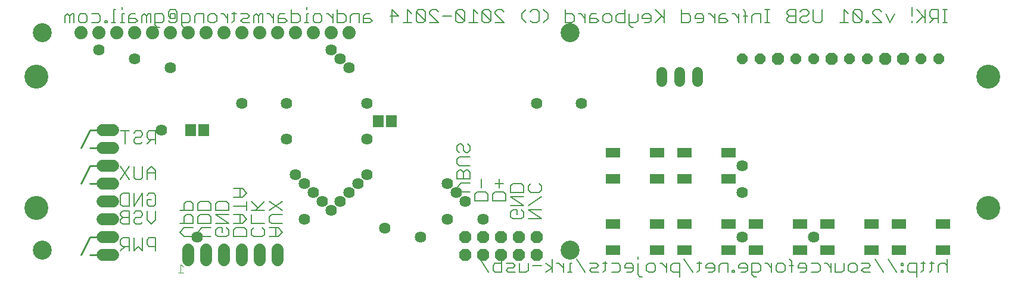
<source format=gts>
G75*
%MOIN*%
%OFA0B0*%
%FSLAX24Y24*%
%IPPOS*%
%LPD*%
%AMOC8*
5,1,8,0,0,1.08239X$1,22.5*
%
%ADD10C,0.1340*%
%ADD11C,0.0060*%
%ADD12C,0.0040*%
%ADD13C,0.0100*%
%ADD14OC8,0.0600*%
%ADD15R,0.0592X0.0671*%
%ADD16C,0.0680*%
%ADD17OC8,0.0680*%
%ADD18R,0.0790X0.0520*%
%ADD19C,0.0740*%
%ADD20C,0.1064*%
%ADD21C,0.0600*%
%ADD22C,0.0640*%
D10*
X001680Y004305D03*
X001680Y011680D03*
X054930Y011680D03*
X054930Y004305D03*
D11*
X052650Y001451D02*
X052650Y000710D01*
X052156Y000710D02*
X052156Y001080D01*
X052280Y001204D01*
X052527Y001204D01*
X052650Y001080D01*
X051913Y001204D02*
X051666Y001204D01*
X051790Y001327D02*
X051790Y000833D01*
X051666Y000710D01*
X051299Y000833D02*
X051175Y000710D01*
X051299Y000833D02*
X051299Y001327D01*
X051422Y001204D02*
X051175Y001204D01*
X050931Y001204D02*
X050561Y001204D01*
X050437Y001080D01*
X050437Y000833D01*
X050561Y000710D01*
X050931Y000710D01*
X050195Y000710D02*
X050195Y000833D01*
X050071Y000833D01*
X050071Y000710D01*
X050195Y000710D01*
X049826Y000710D02*
X049333Y001451D01*
X048596Y001451D02*
X049090Y000710D01*
X048353Y000710D02*
X047983Y000710D01*
X047859Y000833D01*
X047983Y000957D01*
X048230Y000957D01*
X048353Y001080D01*
X048230Y001204D01*
X047859Y001204D01*
X047616Y001080D02*
X047616Y000833D01*
X047493Y000710D01*
X047246Y000710D01*
X047123Y000833D01*
X047123Y001080D01*
X047246Y001204D01*
X047493Y001204D01*
X047616Y001080D01*
X046880Y001204D02*
X046880Y000833D01*
X046756Y000710D01*
X046386Y000710D01*
X046386Y001204D01*
X046143Y001204D02*
X046143Y000710D01*
X046143Y000957D02*
X045896Y001204D01*
X045773Y001204D01*
X045529Y001080D02*
X045406Y001204D01*
X045035Y001204D01*
X044793Y001080D02*
X044669Y001204D01*
X044422Y001204D01*
X044299Y001080D01*
X044299Y000957D01*
X044793Y000957D01*
X044793Y001080D02*
X044793Y000833D01*
X044669Y000710D01*
X044422Y000710D01*
X043933Y000710D02*
X043933Y001327D01*
X043809Y001451D01*
X043441Y001204D02*
X043565Y001080D01*
X043565Y000833D01*
X043441Y000710D01*
X043195Y000710D01*
X043071Y000833D01*
X043071Y001080D01*
X043195Y001204D01*
X043441Y001204D01*
X043809Y001080D02*
X044056Y001080D01*
X045035Y000710D02*
X045406Y000710D01*
X045529Y000833D01*
X045529Y001080D01*
X042828Y000957D02*
X042581Y001204D01*
X042458Y001204D01*
X042214Y001080D02*
X042214Y000833D01*
X042091Y000710D01*
X041721Y000710D01*
X041721Y000587D02*
X041721Y001204D01*
X042091Y001204D01*
X042214Y001080D01*
X042828Y001204D02*
X042828Y000710D01*
X041968Y000463D02*
X041844Y000463D01*
X041721Y000587D01*
X041478Y000833D02*
X041354Y000710D01*
X041107Y000710D01*
X040984Y000957D02*
X041478Y000957D01*
X041478Y001080D02*
X041478Y000833D01*
X041478Y001080D02*
X041354Y001204D01*
X041107Y001204D01*
X040984Y001080D01*
X040984Y000957D01*
X040741Y000833D02*
X040741Y000710D01*
X040618Y000710D01*
X040618Y000833D01*
X040741Y000833D01*
X040373Y000710D02*
X040373Y001204D01*
X040003Y001204D01*
X039879Y001080D01*
X039879Y000710D01*
X039636Y000833D02*
X039636Y001080D01*
X039513Y001204D01*
X039266Y001204D01*
X039142Y001080D01*
X039142Y000957D01*
X039636Y000957D01*
X039636Y000833D02*
X039513Y000710D01*
X039266Y000710D01*
X038776Y000833D02*
X038653Y000710D01*
X038776Y000833D02*
X038776Y001327D01*
X038653Y001204D02*
X038900Y001204D01*
X038409Y000710D02*
X037915Y001451D01*
X037672Y001204D02*
X037302Y001204D01*
X037178Y001080D01*
X037178Y000833D01*
X037302Y000710D01*
X037672Y000710D01*
X036935Y000710D02*
X036935Y001204D01*
X036688Y001204D02*
X036565Y001204D01*
X036688Y001204D02*
X036935Y000957D01*
X036321Y001080D02*
X036321Y000833D01*
X036198Y000710D01*
X035951Y000710D01*
X035828Y000833D01*
X035828Y001080D01*
X035951Y001204D01*
X036198Y001204D01*
X036321Y001080D01*
X035338Y001204D02*
X035338Y000587D01*
X035461Y000463D01*
X035585Y000463D01*
X035094Y000833D02*
X034970Y000710D01*
X034723Y000710D01*
X034600Y000957D02*
X035094Y000957D01*
X035094Y001080D02*
X035094Y000833D01*
X035094Y001080D02*
X034970Y001204D01*
X034723Y001204D01*
X034600Y001080D01*
X034600Y000957D01*
X034357Y001080D02*
X034357Y000833D01*
X034234Y000710D01*
X033863Y000710D01*
X033497Y000833D02*
X033374Y000710D01*
X033497Y000833D02*
X033497Y001327D01*
X033620Y001204D02*
X033374Y001204D01*
X033129Y001080D02*
X033006Y001204D01*
X032636Y001204D01*
X033006Y000957D02*
X033129Y001080D01*
X033006Y000957D02*
X032759Y000957D01*
X032636Y000833D01*
X032759Y000710D01*
X033129Y000710D01*
X032393Y000710D02*
X031899Y001451D01*
X031533Y001451D02*
X031533Y001574D01*
X031533Y001204D02*
X031533Y000710D01*
X031656Y000710D02*
X031409Y000710D01*
X031165Y000710D02*
X031165Y001204D01*
X030918Y001204D02*
X030795Y001204D01*
X030918Y001204D02*
X031165Y000957D01*
X031533Y001204D02*
X031656Y001204D01*
X030551Y001451D02*
X030551Y000710D01*
X030551Y000957D02*
X030181Y000710D01*
X030551Y000957D02*
X030181Y001204D01*
X029937Y001080D02*
X029444Y001080D01*
X029201Y001204D02*
X029201Y000833D01*
X029077Y000710D01*
X028707Y000710D01*
X028707Y001204D01*
X028464Y001080D02*
X028341Y001204D01*
X027970Y001204D01*
X027727Y001204D02*
X027357Y001204D01*
X027234Y001080D01*
X027234Y000833D01*
X027357Y000710D01*
X027727Y000710D01*
X027727Y001451D01*
X026991Y000710D02*
X026497Y001451D01*
X027970Y000833D02*
X028094Y000957D01*
X028341Y000957D01*
X028464Y001080D01*
X028094Y000710D02*
X027970Y000833D01*
X028094Y000710D02*
X028464Y000710D01*
X033863Y001204D02*
X034234Y001204D01*
X034357Y001080D01*
X035338Y001451D02*
X035338Y001574D01*
X037672Y001204D02*
X037672Y000463D01*
X029951Y003710D02*
X029210Y003710D01*
X028951Y003833D02*
X028827Y003710D01*
X028333Y003710D01*
X028210Y003833D01*
X028210Y004080D01*
X028333Y004204D01*
X028580Y004204D01*
X028580Y003957D01*
X028827Y004204D02*
X028951Y004080D01*
X028951Y003833D01*
X029210Y004204D02*
X029951Y003710D01*
X029951Y004204D02*
X029210Y004204D01*
X029210Y004447D02*
X029951Y004940D01*
X028951Y004940D02*
X028210Y004940D01*
X028951Y004447D01*
X028210Y004447D01*
X027951Y004710D02*
X027210Y004710D01*
X027210Y005080D01*
X027333Y005204D01*
X027827Y005204D01*
X027951Y005080D01*
X027951Y004710D01*
X026951Y004710D02*
X026951Y005080D01*
X026827Y005204D01*
X026333Y005204D01*
X026210Y005080D01*
X026210Y004710D01*
X026951Y004710D01*
X025951Y005210D02*
X025457Y005210D01*
X025210Y005457D01*
X025457Y005704D01*
X025951Y005704D01*
X026580Y005940D02*
X026580Y005447D01*
X027333Y005694D02*
X027827Y005694D01*
X027580Y005940D02*
X027580Y005447D01*
X028210Y005554D02*
X028210Y005183D01*
X028951Y005183D01*
X028951Y005554D01*
X028827Y005677D01*
X028333Y005677D01*
X028210Y005554D01*
X029210Y005554D02*
X029210Y005307D01*
X029333Y005183D01*
X029827Y005183D01*
X029951Y005307D01*
X029951Y005554D01*
X029827Y005677D01*
X029333Y005677D02*
X029210Y005554D01*
X025951Y005947D02*
X025951Y006317D01*
X025827Y006440D01*
X025704Y006440D01*
X025580Y006317D01*
X025580Y005947D01*
X025210Y005947D02*
X025951Y005947D01*
X025210Y005947D02*
X025210Y006317D01*
X025333Y006440D01*
X025457Y006440D01*
X025580Y006317D01*
X025333Y006683D02*
X025210Y006807D01*
X025210Y007054D01*
X025333Y007177D01*
X025951Y007177D01*
X025827Y007420D02*
X025704Y007420D01*
X025580Y007543D01*
X025580Y007790D01*
X025457Y007914D01*
X025333Y007914D01*
X025210Y007790D01*
X025210Y007543D01*
X025333Y007420D01*
X025827Y007420D02*
X025951Y007543D01*
X025951Y007790D01*
X025827Y007914D01*
X025951Y006683D02*
X025333Y006683D01*
X015451Y004677D02*
X014710Y004183D01*
X014451Y004183D02*
X013710Y004183D01*
X013957Y004183D02*
X014451Y004677D01*
X014710Y004677D02*
X015451Y004183D01*
X015451Y003940D02*
X014833Y003940D01*
X014710Y003817D01*
X014710Y003570D01*
X014833Y003447D01*
X015451Y003447D01*
X015204Y003204D02*
X014710Y003204D01*
X014451Y003080D02*
X014451Y002833D01*
X014327Y002710D01*
X013833Y002710D01*
X013710Y002833D01*
X013710Y003080D01*
X013833Y003204D01*
X013451Y003080D02*
X013451Y002710D01*
X012710Y002710D01*
X012710Y003080D01*
X012833Y003204D01*
X013327Y003204D01*
X013451Y003080D01*
X013204Y003447D02*
X012710Y003447D01*
X012451Y003447D02*
X011710Y003940D01*
X012451Y003940D01*
X012710Y003940D02*
X013204Y003940D01*
X013451Y003694D01*
X013204Y003447D01*
X013080Y003447D02*
X013080Y003940D01*
X013710Y003940D02*
X013710Y003447D01*
X014451Y003447D01*
X014327Y003204D02*
X014451Y003080D01*
X015080Y003204D02*
X015080Y002710D01*
X015204Y002710D02*
X015451Y002957D01*
X015204Y003204D01*
X015204Y002710D02*
X014710Y002710D01*
X012451Y002833D02*
X012327Y002710D01*
X011833Y002710D01*
X011710Y002833D01*
X011710Y003080D01*
X011833Y003204D01*
X012080Y003204D01*
X012080Y002957D01*
X012327Y003204D02*
X012451Y003080D01*
X012451Y002833D01*
X011451Y002710D02*
X010957Y002710D01*
X010710Y002957D01*
X010957Y003204D01*
X011451Y003204D01*
X011451Y003447D02*
X010710Y003447D01*
X010710Y003817D01*
X010833Y003940D01*
X011327Y003940D01*
X011451Y003817D01*
X011451Y003447D01*
X011710Y003447D02*
X012451Y003447D01*
X010451Y003447D02*
X010451Y003817D01*
X010327Y003940D01*
X010080Y003940D01*
X009957Y003817D01*
X009957Y003447D01*
X009710Y003447D02*
X010451Y003447D01*
X010451Y003204D02*
X009957Y003204D01*
X009710Y002957D01*
X009957Y002710D01*
X010451Y002710D01*
X008360Y002651D02*
X007990Y002651D01*
X007866Y002527D01*
X007866Y002280D01*
X007990Y002157D01*
X008360Y002157D01*
X007623Y001910D02*
X007376Y002157D01*
X007130Y001910D01*
X007130Y002651D01*
X006887Y002651D02*
X006516Y002651D01*
X006393Y002527D01*
X006393Y002280D01*
X006516Y002157D01*
X006887Y002157D01*
X006640Y002157D02*
X006393Y001910D01*
X006887Y001910D02*
X006887Y002651D01*
X007623Y002651D02*
X007623Y001910D01*
X008360Y001910D02*
X008360Y002651D01*
X008113Y003410D02*
X007866Y003657D01*
X007866Y004151D01*
X007623Y004027D02*
X007623Y003904D01*
X007500Y003780D01*
X007253Y003780D01*
X007130Y003657D01*
X007130Y003533D01*
X007253Y003410D01*
X007500Y003410D01*
X007623Y003533D01*
X008113Y003410D02*
X008360Y003657D01*
X008360Y004151D01*
X007623Y004027D02*
X007500Y004151D01*
X007253Y004151D01*
X007130Y004027D01*
X006887Y004151D02*
X006516Y004151D01*
X006393Y004027D01*
X006393Y003904D01*
X006516Y003780D01*
X006887Y003780D01*
X006516Y003780D02*
X006393Y003657D01*
X006393Y003533D01*
X006516Y003410D01*
X006887Y003410D01*
X006887Y004151D01*
X006887Y004410D02*
X006516Y004410D01*
X006393Y004533D01*
X006393Y005027D01*
X006516Y005151D01*
X006887Y005151D01*
X006887Y004410D01*
X007130Y004410D02*
X007130Y005151D01*
X007623Y005151D02*
X007130Y004410D01*
X007623Y004410D02*
X007623Y005151D01*
X007866Y005027D02*
X007990Y005151D01*
X008236Y005151D01*
X008360Y005027D01*
X008360Y004533D01*
X008236Y004410D01*
X007990Y004410D01*
X007866Y004533D01*
X007866Y004780D01*
X008113Y004780D01*
X009710Y004183D02*
X010451Y004183D01*
X010451Y004554D01*
X010327Y004677D01*
X010080Y004677D01*
X009957Y004554D01*
X009957Y004183D01*
X010710Y004183D02*
X010710Y004554D01*
X010833Y004677D01*
X011327Y004677D01*
X011451Y004554D01*
X011451Y004183D01*
X010710Y004183D01*
X011710Y004183D02*
X011710Y004554D01*
X011833Y004677D01*
X012327Y004677D01*
X012451Y004554D01*
X012451Y004183D01*
X011710Y004183D01*
X012710Y004430D02*
X013451Y004430D01*
X013451Y004183D02*
X013451Y004677D01*
X013710Y004677D02*
X014080Y004307D01*
X013451Y005167D02*
X013204Y004920D01*
X012710Y004920D01*
X013080Y004920D02*
X013080Y005414D01*
X013204Y005414D02*
X012710Y005414D01*
X013204Y005414D02*
X013451Y005167D01*
X008360Y005910D02*
X008360Y006404D01*
X008113Y006651D01*
X007866Y006404D01*
X007866Y005910D01*
X007866Y006404D01*
X008113Y006651D01*
X008360Y006404D01*
X008360Y005910D01*
X007623Y006033D02*
X007500Y005910D01*
X007253Y005910D01*
X007130Y006033D01*
X007130Y006651D01*
X007130Y006033D01*
X007253Y005910D01*
X007500Y005910D01*
X007623Y006033D01*
X007623Y006651D01*
X007623Y006033D01*
X006887Y005910D02*
X006393Y006651D01*
X006887Y005910D01*
X006393Y005910D02*
X006887Y006651D01*
X006393Y005910D01*
X007866Y006280D02*
X008360Y006280D01*
X007866Y006280D01*
X007866Y007910D02*
X008113Y008157D01*
X007990Y008157D02*
X008360Y008157D01*
X008360Y007910D02*
X008360Y008651D01*
X007990Y008651D01*
X007866Y008527D01*
X007866Y008280D01*
X007990Y008157D01*
X007623Y008033D02*
X007500Y007910D01*
X007253Y007910D01*
X007130Y008033D01*
X007130Y008157D01*
X007253Y008280D01*
X007500Y008280D01*
X007623Y008404D01*
X007623Y008527D01*
X007500Y008651D01*
X007253Y008651D01*
X007130Y008527D01*
X006887Y008651D02*
X006393Y008651D01*
X006640Y008651D02*
X006640Y007910D01*
X008450Y014463D02*
X008327Y014587D01*
X008327Y015204D01*
X008697Y015204D01*
X008821Y015080D01*
X008821Y014833D01*
X008697Y014710D01*
X008327Y014710D01*
X008084Y014710D02*
X008084Y015204D01*
X007961Y015204D01*
X007837Y015080D01*
X007714Y015204D01*
X007590Y015080D01*
X007590Y014710D01*
X007837Y014710D02*
X007837Y015080D01*
X007347Y014833D02*
X007224Y014957D01*
X006854Y014957D01*
X006854Y015080D02*
X006854Y014710D01*
X007224Y014710D01*
X007347Y014833D01*
X006977Y015204D02*
X006854Y015080D01*
X006977Y015204D02*
X007224Y015204D01*
X006611Y015204D02*
X006487Y015204D01*
X006487Y014710D01*
X006364Y014710D02*
X006611Y014710D01*
X006120Y014710D02*
X005873Y014710D01*
X005996Y014710D02*
X005996Y015451D01*
X006120Y015451D01*
X006487Y015451D02*
X006487Y015574D01*
X005260Y015080D02*
X005137Y015204D01*
X004766Y015204D01*
X004524Y015080D02*
X004524Y014833D01*
X004400Y014710D01*
X004153Y014710D01*
X004030Y014833D01*
X004030Y015080D01*
X004153Y015204D01*
X004400Y015204D01*
X004524Y015080D01*
X003787Y015204D02*
X003664Y015204D01*
X003540Y015080D01*
X003417Y015204D01*
X003293Y015080D01*
X003293Y014710D01*
X003540Y014710D02*
X003540Y015080D01*
X003787Y015204D02*
X003787Y014710D01*
X004766Y014710D02*
X005137Y014710D01*
X005260Y014833D01*
X005260Y015080D01*
X005505Y014833D02*
X005505Y014710D01*
X005629Y014710D01*
X005629Y014833D01*
X005505Y014833D01*
X008450Y014463D02*
X008574Y014463D01*
X009063Y014833D02*
X009187Y014710D01*
X009434Y014710D01*
X009557Y014833D01*
X009557Y015327D01*
X009434Y015451D01*
X009187Y015451D01*
X009063Y015327D01*
X009063Y015080D01*
X009187Y014957D01*
X009187Y015204D01*
X009434Y015204D01*
X009434Y014957D01*
X009187Y014957D01*
X009800Y015204D02*
X010170Y015204D01*
X010294Y015080D01*
X010294Y014833D01*
X010170Y014710D01*
X009800Y014710D01*
X009800Y014587D02*
X009800Y015204D01*
X010537Y015080D02*
X010537Y014710D01*
X011030Y014710D02*
X011030Y015204D01*
X010660Y015204D01*
X010537Y015080D01*
X011273Y015080D02*
X011273Y014833D01*
X011397Y014710D01*
X011644Y014710D01*
X011767Y014833D01*
X011767Y015080D01*
X011644Y015204D01*
X011397Y015204D01*
X011273Y015080D01*
X012011Y015204D02*
X012134Y015204D01*
X012381Y014957D01*
X012381Y014710D02*
X012381Y015204D01*
X012625Y015204D02*
X012872Y015204D01*
X012749Y015327D02*
X012749Y014833D01*
X012625Y014710D01*
X013115Y014833D02*
X013238Y014957D01*
X013485Y014957D01*
X013609Y015080D01*
X013485Y015204D01*
X013115Y015204D01*
X013852Y015080D02*
X013852Y014710D01*
X013609Y014710D02*
X013238Y014710D01*
X013115Y014833D01*
X013852Y015080D02*
X013975Y015204D01*
X014098Y015080D01*
X014098Y014710D01*
X014345Y014710D02*
X014345Y015204D01*
X014222Y015204D01*
X014098Y015080D01*
X014589Y015204D02*
X014712Y015204D01*
X014959Y014957D01*
X015202Y014957D02*
X015572Y014957D01*
X015696Y014833D01*
X015572Y014710D01*
X015202Y014710D01*
X015202Y015080D01*
X015325Y015204D01*
X015572Y015204D01*
X015939Y015204D02*
X016309Y015204D01*
X016432Y015080D01*
X016432Y014833D01*
X016309Y014710D01*
X015939Y014710D01*
X015939Y015451D01*
X016800Y015451D02*
X016800Y015574D01*
X016800Y015204D02*
X016800Y014710D01*
X016923Y014710D02*
X016677Y014710D01*
X017166Y014833D02*
X017166Y015080D01*
X017290Y015204D01*
X017537Y015204D01*
X017660Y015080D01*
X017660Y014833D01*
X017537Y014710D01*
X017290Y014710D01*
X017166Y014833D01*
X016923Y015204D02*
X016800Y015204D01*
X017904Y015204D02*
X018027Y015204D01*
X018274Y014957D01*
X018274Y014710D02*
X018274Y015204D01*
X018517Y015204D02*
X018887Y015204D01*
X019011Y015080D01*
X019011Y014833D01*
X018887Y014710D01*
X018517Y014710D01*
X018517Y015451D01*
X019253Y015080D02*
X019377Y015204D01*
X019747Y015204D01*
X019747Y014710D01*
X019990Y014710D02*
X020360Y014710D01*
X020484Y014833D01*
X020360Y014957D01*
X019990Y014957D01*
X019990Y015080D02*
X019990Y014710D01*
X019253Y014710D02*
X019253Y015080D01*
X019990Y015080D02*
X020114Y015204D01*
X020360Y015204D01*
X021463Y015080D02*
X021957Y015080D01*
X021587Y015451D01*
X021587Y014710D01*
X022200Y014710D02*
X022694Y014710D01*
X022447Y014710D02*
X022447Y015451D01*
X022694Y015204D01*
X022937Y015327D02*
X023430Y014833D01*
X023307Y014710D01*
X023060Y014710D01*
X022937Y014833D01*
X022937Y015327D01*
X023060Y015451D01*
X023307Y015451D01*
X023430Y015327D01*
X023430Y014833D01*
X023673Y014710D02*
X024167Y014710D01*
X023673Y015204D01*
X023673Y015327D01*
X023797Y015451D01*
X024044Y015451D01*
X024167Y015327D01*
X024410Y015080D02*
X024904Y015080D01*
X025147Y014833D02*
X025270Y014710D01*
X025517Y014710D01*
X025640Y014833D01*
X025147Y015327D01*
X025147Y014833D01*
X025640Y014833D02*
X025640Y015327D01*
X025517Y015451D01*
X025270Y015451D01*
X025147Y015327D01*
X026130Y015451D02*
X026377Y015204D01*
X026620Y015327D02*
X027114Y014833D01*
X026990Y014710D01*
X026743Y014710D01*
X026620Y014833D01*
X026620Y015327D01*
X026743Y015451D01*
X026990Y015451D01*
X027114Y015327D01*
X027114Y014833D01*
X027356Y014710D02*
X027850Y014710D01*
X027356Y015204D01*
X027356Y015327D01*
X027480Y015451D01*
X027727Y015451D01*
X027850Y015327D01*
X028831Y015204D02*
X029078Y015451D01*
X029321Y015327D02*
X029444Y015451D01*
X029691Y015451D01*
X029815Y015327D01*
X029815Y014833D01*
X029691Y014710D01*
X029444Y014710D01*
X029321Y014833D01*
X029078Y014710D02*
X028831Y014957D01*
X028831Y015204D01*
X030059Y015451D02*
X030306Y015204D01*
X030306Y014957D01*
X030059Y014710D01*
X031285Y014710D02*
X031655Y014710D01*
X031779Y014833D01*
X031779Y015080D01*
X031655Y015204D01*
X031285Y015204D01*
X032022Y015204D02*
X032146Y015204D01*
X032393Y014957D01*
X032636Y014957D02*
X033006Y014957D01*
X033129Y014833D01*
X033006Y014710D01*
X032636Y014710D01*
X032636Y015080D01*
X032759Y015204D01*
X033006Y015204D01*
X033372Y015080D02*
X033496Y015204D01*
X033743Y015204D01*
X033866Y015080D01*
X033866Y014833D01*
X033743Y014710D01*
X033496Y014710D01*
X033372Y014833D01*
X033372Y015080D01*
X032393Y015204D02*
X032393Y014710D01*
X031285Y014710D02*
X031285Y015451D01*
X034109Y015080D02*
X034109Y014833D01*
X034232Y014710D01*
X034603Y014710D01*
X034603Y015451D01*
X034603Y015204D02*
X034232Y015204D01*
X034109Y015080D01*
X034845Y015204D02*
X034845Y014587D01*
X034969Y014463D01*
X035092Y014463D01*
X035216Y014710D02*
X034845Y014710D01*
X035216Y014710D02*
X035339Y014833D01*
X035339Y015204D01*
X035582Y015080D02*
X035582Y014957D01*
X036076Y014957D01*
X036076Y015080D02*
X035952Y015204D01*
X035706Y015204D01*
X035582Y015080D01*
X036076Y015080D02*
X036076Y014833D01*
X035952Y014710D01*
X035706Y014710D01*
X036319Y014710D02*
X036689Y015080D01*
X036812Y014957D02*
X036319Y015451D01*
X036812Y015451D02*
X036812Y014710D01*
X037792Y014710D02*
X038162Y014710D01*
X038286Y014833D01*
X038286Y015080D01*
X038162Y015204D01*
X037792Y015204D01*
X037792Y015451D02*
X037792Y014710D01*
X038529Y014957D02*
X039022Y014957D01*
X039022Y015080D02*
X038899Y015204D01*
X038652Y015204D01*
X038529Y015080D01*
X038529Y014957D01*
X038899Y014710D02*
X039022Y014833D01*
X039022Y015080D01*
X039266Y015204D02*
X039389Y015204D01*
X039636Y014957D01*
X039879Y014957D02*
X040249Y014957D01*
X040373Y014833D01*
X040249Y014710D01*
X039879Y014710D01*
X039879Y015080D01*
X040003Y015204D01*
X040249Y015204D01*
X040616Y015204D02*
X040740Y015204D01*
X040987Y014957D01*
X040987Y014710D02*
X040987Y015204D01*
X041231Y015080D02*
X041478Y015080D01*
X041721Y015080D02*
X041721Y014710D01*
X041354Y014710D02*
X041354Y015327D01*
X041231Y015451D01*
X041721Y015080D02*
X041844Y015204D01*
X042214Y015204D01*
X042214Y014710D01*
X042459Y014710D02*
X042706Y014710D01*
X042582Y014710D02*
X042582Y015451D01*
X042459Y015451D02*
X042706Y015451D01*
X043685Y015327D02*
X043685Y015204D01*
X043808Y015080D01*
X044179Y015080D01*
X044422Y014957D02*
X044422Y014833D01*
X044545Y014710D01*
X044792Y014710D01*
X044915Y014833D01*
X045158Y014833D02*
X045158Y015451D01*
X044915Y015327D02*
X044792Y015451D01*
X044545Y015451D01*
X044422Y015327D01*
X044179Y015451D02*
X043808Y015451D01*
X043685Y015327D01*
X044179Y015451D02*
X044179Y014710D01*
X043808Y014710D01*
X043685Y014833D01*
X043685Y014957D01*
X043808Y015080D01*
X044422Y014957D02*
X044545Y015080D01*
X044792Y015080D01*
X044915Y015204D01*
X044915Y015327D01*
X045652Y015451D02*
X045652Y014833D01*
X045529Y014710D01*
X045282Y014710D01*
X045158Y014833D01*
X046632Y014710D02*
X047125Y014710D01*
X046878Y014710D02*
X046878Y015451D01*
X047125Y015204D01*
X047368Y015327D02*
X047862Y014833D01*
X047738Y014710D01*
X047492Y014710D01*
X047368Y014833D01*
X047368Y015327D01*
X047492Y015451D01*
X047738Y015451D01*
X047862Y015327D01*
X047862Y014833D01*
X048107Y014833D02*
X048107Y014710D01*
X048230Y014710D01*
X048230Y014833D01*
X048107Y014833D01*
X048473Y014710D02*
X048967Y014710D01*
X048473Y015204D01*
X048473Y015327D01*
X048597Y015451D01*
X048843Y015451D01*
X048967Y015327D01*
X049210Y015204D02*
X049457Y014710D01*
X049703Y015204D01*
X050686Y015080D02*
X050686Y015574D01*
X050929Y015451D02*
X051422Y014957D01*
X051299Y015080D02*
X050929Y014710D01*
X050686Y014710D02*
X050686Y014833D01*
X051422Y014710D02*
X051422Y015451D01*
X051665Y015327D02*
X051665Y015080D01*
X051789Y014957D01*
X052159Y014957D01*
X051912Y014957D02*
X051665Y014710D01*
X052159Y014710D02*
X052159Y015451D01*
X051789Y015451D01*
X051665Y015327D01*
X052403Y015451D02*
X052650Y015451D01*
X052527Y015451D02*
X052527Y014710D01*
X052650Y014710D02*
X052403Y014710D01*
X039636Y014710D02*
X039636Y015204D01*
X038899Y014710D02*
X038652Y014710D01*
X026377Y014710D02*
X025883Y014710D01*
X026130Y014710D02*
X026130Y015451D01*
X014959Y015204D02*
X014959Y014710D01*
X010047Y014463D02*
X009924Y014463D01*
X009800Y014587D01*
X050071Y001204D02*
X050071Y001080D01*
X050195Y001080D01*
X050195Y001204D01*
X050071Y001204D01*
X050931Y001204D02*
X050931Y000463D01*
D12*
X009910Y000700D02*
X009603Y000700D01*
X009757Y000700D02*
X009757Y001160D01*
X009910Y001007D01*
D13*
X004680Y002680D02*
X004180Y001680D01*
X004680Y001680D02*
X005180Y001680D01*
X005180Y002680D02*
X004680Y002680D01*
X004680Y005680D02*
X005180Y005680D01*
X004180Y005680D02*
X004680Y006680D01*
X005180Y006680D01*
X005180Y007680D02*
X004680Y007680D01*
X004180Y007680D02*
X004680Y008680D01*
X005180Y008680D01*
D14*
X041180Y012680D03*
X042180Y012680D03*
X044180Y012680D03*
X045180Y012680D03*
X047180Y012680D03*
X048180Y012680D03*
X051180Y012680D03*
X052180Y012680D03*
D15*
X021554Y009180D03*
X020806Y009180D03*
X011054Y008680D03*
X010306Y008680D03*
D16*
X005980Y008680D02*
X005380Y008680D01*
X005380Y007680D02*
X005980Y007680D01*
X005980Y006680D02*
X005380Y006680D01*
X005380Y005680D02*
X005980Y005680D01*
X005980Y004680D02*
X005380Y004680D01*
X005380Y003680D02*
X005980Y003680D01*
X005980Y002680D02*
X005380Y002680D01*
X005380Y001680D02*
X005980Y001680D01*
X010180Y001980D02*
X010180Y001380D01*
X011180Y001380D02*
X011180Y001980D01*
X012180Y001980D02*
X012180Y001380D01*
X013180Y001380D02*
X013180Y001980D01*
X014180Y001980D02*
X014180Y001380D01*
X015180Y001380D02*
X015180Y001980D01*
D17*
X025680Y001680D03*
X026680Y001680D03*
X027680Y001680D03*
X028680Y001680D03*
X029680Y001680D03*
X029680Y002680D03*
X028680Y002680D03*
X027680Y002680D03*
X026680Y002680D03*
X025680Y002680D03*
X043180Y012680D03*
X046180Y012680D03*
X049180Y012680D03*
X050180Y012680D03*
D18*
X040400Y007410D03*
X037960Y007410D03*
X036400Y007410D03*
X033960Y007410D03*
X033960Y005950D03*
X036400Y005950D03*
X037960Y005950D03*
X040400Y005950D03*
X040400Y003410D03*
X041960Y003410D03*
X044400Y003410D03*
X045960Y003410D03*
X048400Y003410D03*
X049960Y003410D03*
X052400Y003410D03*
X052400Y001950D03*
X049960Y001950D03*
X048400Y001950D03*
X045960Y001950D03*
X044400Y001950D03*
X041960Y001950D03*
X040400Y001950D03*
X037960Y001950D03*
X036400Y001950D03*
X033960Y001950D03*
X033960Y003410D03*
X036400Y003410D03*
X037960Y003410D03*
D19*
X019182Y014152D03*
X018182Y014152D03*
X017182Y014152D03*
X016182Y014152D03*
X015182Y014152D03*
X014182Y014152D03*
X013182Y014152D03*
X012182Y014152D03*
X011182Y014152D03*
X010182Y014152D03*
X009182Y014152D03*
X008182Y014152D03*
X007182Y014152D03*
X006182Y014152D03*
X005182Y014152D03*
X004182Y014152D03*
D20*
X002016Y014152D03*
X031544Y014152D03*
X031544Y001948D03*
X002016Y001948D03*
D21*
X036695Y011410D02*
X036695Y011930D01*
X037680Y011930D02*
X037680Y011410D01*
X038664Y011410D02*
X038664Y011930D01*
D22*
X032180Y010180D03*
X029680Y010180D03*
X020180Y010180D03*
X015680Y010180D03*
X013180Y010180D03*
X008680Y008680D03*
X015680Y008180D03*
X020180Y008180D03*
X020180Y006180D03*
X019680Y005680D03*
X019180Y005180D03*
X018680Y004680D03*
X017680Y004680D03*
X017180Y005180D03*
X016680Y005680D03*
X016180Y006180D03*
X018180Y004180D03*
X016680Y003680D03*
X021180Y003180D03*
X023180Y002680D03*
X024680Y003680D03*
X026680Y003680D03*
X025680Y004680D03*
X025180Y005180D03*
X024680Y005680D03*
X010680Y002680D03*
X041180Y002680D03*
X045180Y002680D03*
X041180Y005180D03*
X041180Y006680D03*
X019180Y012180D03*
X018680Y012680D03*
X018180Y013180D03*
X009180Y012180D03*
X007180Y012680D03*
X005180Y013180D03*
M02*

</source>
